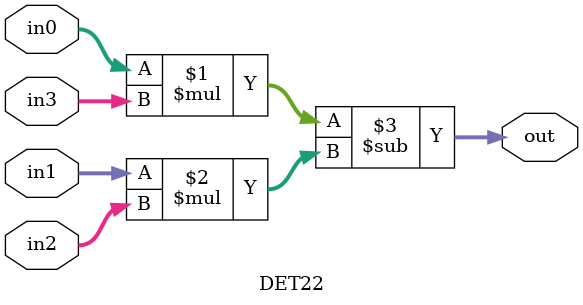
<source format=v>

`include "HAMMING_IP.v"
//synopsys translate_on

module MDC(
    // Input signals
    clk,
	rst_n,
	in_valid,
    in_data, 
	in_mode,
    // Output signals
    out_valid, 
	out_data
);

// ===============================================================
// Input & Output Declaration
// ===============================================================
input clk, rst_n, in_valid;
input [8:0] in_mode;
input [14:0] in_data;

output reg out_valid;
output reg [206:0] out_data;

reg [8:0] in_mode_reg;
reg [14:0] in_data_reg;
reg [4:0] mode;
reg [10:0] data;
reg [10:0] data_reg0, data_reg1, data_reg2, data_reg3, data_reg4, data_reg5, data_reg6, data_reg7;
reg [10:0] data_reg_ex;

reg [4:0] i_cnt;

always @(posedge clk or negedge rst_n) begin
    if(~rst_n) begin
        i_cnt <= 0;
    end else begin
        if(in_valid) begin
            i_cnt <= i_cnt + 1;
        end else if(i_cnt > 0) begin
            i_cnt <= (i_cnt > 16) ? 0 : i_cnt + 1;
        end
    end
end

always @(posedge clk) begin
    in_mode_reg <= (i_cnt == 0 && in_valid) ? in_mode : in_mode_reg;
    in_data_reg <= (in_valid) ? in_data : 0;
end

HAMMING_IP #(.IP_BIT(5)) hamming_ip0 (.IN_code(in_mode_reg), .OUT_code(mode));
HAMMING_IP #(.IP_BIT(11)) hamming_ip1 (.IN_code(in_data_reg), .OUT_code(data));

assign data_reg7 = data;

always @(posedge clk) begin
    data_reg_ex <= data_reg0;
    data_reg0 <= data_reg1; data_reg1 <= data_reg2; data_reg2 <= data_reg3; data_reg3 <= data_reg4; data_reg4 <= data_reg5; data_reg5 <= data_reg6; 
    data_reg6 <= data_reg7;
end

reg signed [10:0] in0, in1, in2, in3;
reg signed [10:0] in4, in5, in6, in7;
reg signed [22:0] out0, out1;
reg signed [22:0] result_reg0, result_reg1, result_reg2, result_reg3, result_reg4, result_reg5;

DET22 det22_0 (.in0(in0), .in1(in1), .in2(in2), .in3(in3), .out(out0));
DET22 det22_1 (.in0(in4), .in1(in5), .in2(in6), .in3(in7), .out(out1));

always @(*) begin
    if(mode[4]) begin
        case(i_cnt)
        6: begin in0 = data_reg2; in1 = data_reg3; in2 = data_reg6; in3 = data_reg7; 
                 in4 = 'bx; in5 = 'bx; in6 = 'bx; in7 = 'bx; end
        7: begin in0 = data_reg3; in1 = data_reg1; in2 = data_reg7; in3 = data_reg5; 
                 in4 = data_reg2; in5 = data_reg3; in6 = data_reg6; in7 = data_reg7; end
        8: begin in0 = data_reg3; in1 = data_reg1; in2 = data_reg7; in3 = data_reg5; 
                 in4 = data_reg2; in5 = data_reg3; in6 = data_reg6; in7 = data_reg7; end
        9: begin in0 = data_reg2; in1 = data_reg_ex; in2 = data_reg6; in3 = data_reg3; 
                 in4 = 'bx; in5 = 'bx; in6 = 'bx; in7 = 'bx; end
        default: begin in0 = 'bx; in1 = 'bx; in2 = 'bx; in3 = 'bx; 
                       in4 = 'bx; in5 = 'bx; in6 = 'bx; in7 = 'bx; end
        endcase
    end else if(mode[1]) begin
        case(i_cnt)
        6, 10: begin in0 = data_reg2; in1 = data_reg3; in2 = data_reg6; in3 = data_reg7; 
                     in4 = 'bx; in5 = 'bx; in6 = 'bx; in7 = 'bx; end
        7, 11: begin in0 = data_reg3; in1 = data_reg1; in2 = data_reg7; in3 = data_reg5; 
                     in4 = data_reg2; in5 = data_reg3; in6 = data_reg6; in7 = data_reg7; end
        8, 12: begin in0 = data_reg3; in1 = data_reg1; in2 = data_reg7; in3 = data_reg5; 
                     in4 = data_reg2; in5 = data_reg3; in6 = data_reg6; in7 = data_reg7; end
        default: begin in0 = 'bx; in1 = 'bx; in2 = 'bx; in3 = 'bx; 
                       in4 = 'bx; in5 = 'bx; in6 = 'bx; in7 = 'bx; end
        endcase
    end else begin
        in0 = data_reg2; in1 = data_reg3; in2 = data_reg6; in3 = data_reg7;
        in4 = 'bx; in5 = 'bx; in6 = 'bx; in7 = 'bx;
    end
end

always @(posedge clk) begin
    if(mode[4]) begin
        case(i_cnt)
        6: begin result_reg0 <= out0; end
        7: begin result_reg1 <= out0; result_reg2 <= out1; end
        8: begin result_reg3 <= out0; result_reg4 <= out1; end
        9: begin result_reg5 <= out0; end
        endcase
    end else begin
        case(i_cnt)
        6: begin result_reg0 <= out0; end
        7: begin result_reg1 <= out0; result_reg2 <= out1; end
        8: begin result_reg3 <= out0; result_reg4 <= out1; end
        9: begin result_reg5 <= out0; end
        10: begin result_reg4 <= out0; end
        11: begin result_reg0 <= out0; result_reg3 <= out1; end
        12: begin result_reg1 <= out0; result_reg2 <= out1; end
        endcase
    end
end

reg signed [10:0] mult0, mult1, mult5;
reg signed [21:0] mult2, mult3;
reg signed [33:0] mult4;
reg signed [32:0] product0, product1;
reg signed [44:0] product2;

assign product0 = mult0 * mult2;
assign product1 = mult1 * mult3;

always @(*) begin
    if(mode[4]) begin
        case(i_cnt)
        9: begin mult0 = data_reg7; mult1 = data_reg7; mult2 = result_reg4; mult3 = result_reg2; end
        10: begin mult0 = (data_reg6); mult1 = data_reg7; mult2 = -result_reg3; mult3 = result_reg4; end
        11: begin mult0 = data_reg7; mult1 = data_reg7; mult2 = result_reg5; mult3 = result_reg3; end 
        12: begin mult0 = data_reg7; mult1 = data_reg7; mult2 = -result_reg1; mult3 = result_reg2; end
        13: begin mult0 = data_reg4; mult1 = data_reg4; mult2 = result_reg5; mult3 = result_reg1; end
        14: begin mult0 = data_reg5; mult1 = data_reg4; mult2 = result_reg0; mult3 = result_reg0; end  
        default: begin mult0 = 'bx; mult1 = 'bx; mult2 = 'bx; mult3 = 'bx; end 
        endcase
    end else begin
        case(i_cnt)
        9: begin mult0 = data_reg7; mult2 = result_reg2; mult1 = 'bx; mult3 = 'bx; end
        10: begin mult0 = data_reg7; mult1 = data_reg7; mult2 = result_reg1; mult3 = result_reg4; end 
        11: begin mult0 = data_reg7; mult1 = data_reg7; mult2 = result_reg0; mult3 = result_reg3; end 
        12: begin mult1 = data_reg7; mult3 = result_reg2; mult0 = 'bx; mult2 = 'bx; end
        13: begin mult0 = data_reg7; mult2 = result_reg3; mult1 = 'bx; mult3 = 'bx; end
        14: begin mult0 = data_reg7; mult1 = data_reg7; mult2 = result_reg0; mult3 = result_reg2; end
        15: begin mult0 = data_reg7; mult1 = data_reg7; mult2 = result_reg4; mult3 = result_reg1; end
        16: begin mult1 = data_reg7; mult3 = result_reg3; mult0 = 'bx; mult2 = 'bx; end 
        default: begin mult0 = 'bx; mult1 = 'bx; mult2 = 'bx; mult3 = 'bx; end
        endcase
    end
end

reg [33:0] det33_temp0, det33_temp1, det33_temp2, det33_temp3;

assign product2 = mult5 * mult4;

always @(*) begin
    case(i_cnt)
    13: begin mult5 = data_reg7; mult4 = -det33_temp0; end
    14: begin mult5 = data_reg7; mult4 = det33_temp1; end
    15: begin mult5 = data_reg7; mult4 = -det33_temp2; end
    16: begin mult5 = data_reg7; mult4 = det33_temp3; end
    default: begin mult5 = 'bx; mult4 = 'bx; end
    endcase
end

always @(posedge clk) begin
    if(i_cnt == 0) begin
        det33_temp0 <= 0; det33_temp1 <= 0; det33_temp2 <= 0; det33_temp3 <= 0;
    end
    case(i_cnt)
    9: begin det33_temp1 <= det33_temp1 + {product0[32], product0}; det33_temp3 <= det33_temp3 + {product1[32], product1}; end
    10: begin det33_temp2 <= det33_temp2 + {product0[32], product0}; det33_temp0 <= det33_temp0 + {product1[32], product1}; end
    11: begin det33_temp1 <= det33_temp1 + {product0[32], product0}; det33_temp0 <= det33_temp0 + {product1[32], product1}; end
    12: begin det33_temp1 <= det33_temp1 + {product0[32], product0}; det33_temp0 <= det33_temp0 + {product1[32], product1}; end
    13: begin det33_temp2 <= det33_temp2 + {product0[32], product0}; det33_temp3 <= det33_temp3 + {product1[32], product1}; end
    14: begin det33_temp2 <= det33_temp2 + {product0[32], product0}; det33_temp3 <= det33_temp3 + {product1[32], product1}; end 
    endcase
end

reg [51:0] ot0, ot1;

reg signed [206:0] out_temp;

always @(posedge clk) begin
    if(i_cnt == 0) begin
        out_temp <= 0;
    end
    if(mode[4]) begin
        case(i_cnt)
        13, 14, 15, 16: begin out_temp <= out_temp + product2; end
        endcase
    end else if(mode[1]) begin
        case(i_cnt)
        9: begin out_temp[203:153] <= out_temp[203:153] + ot0; end
        10, 11: begin 
            out_temp[203:153] <= out_temp[203:153] + ot0; 
            out_temp[152:102] <= out_temp[152:102] + ot1;
        end
        12: begin out_temp[152:102] <= out_temp[152:102] + ot1; end
        13: begin out_temp[101:51] <= out_temp[101:51] + ot0; end
        14, 15: begin 
            out_temp[101:51] <= out_temp[101:51] + ot0; 
            out_temp[50:0] <= out_temp[50:0] + ot1;
        end
        16: begin out_temp[50:0] <= out_temp[50:0] + ot1; end
        endcase
    end else begin
        if(i_cnt > 5 && i_cnt != 9 && i_cnt != 13) begin
            out_temp[206:184] <= out_temp[183:161]; out_temp[183:161] <= out_temp[160:138]; out_temp[160:138] <= out_temp[137:115]; 
            out_temp[137:115] <= out_temp[114:92]; out_temp[114:92] <= out_temp[91:69]; out_temp[91:69] <= out_temp[68:46]; 
            out_temp[68:46] <= out_temp[45:23]; out_temp[45:23] <= out_temp[22:0]; out_temp[22:0] <= out0;
        end
    end
end

always @(*) begin
    ot0 = (product0[32]) ? {18'b11_1111_1111_1111_1111, product0} : {18'b00_0000_0000_0000_0000, product0};
    ot1 = (product1[32]) ? {18'b11_1111_1111_1111_1111, product1} : {18'b00_0000_0000_0000_0000, product1};
end

always @(*) begin
    out_valid = i_cnt == 17;
    out_data = i_cnt == 17 ? out_temp : 0;
end

endmodule

module DET22(
    input signed [10:0] in0, in1, in2, in3, 
    output reg signed [22:0] out
);
assign out = in0 * in3 - in1 * in2;
endmodule

</source>
